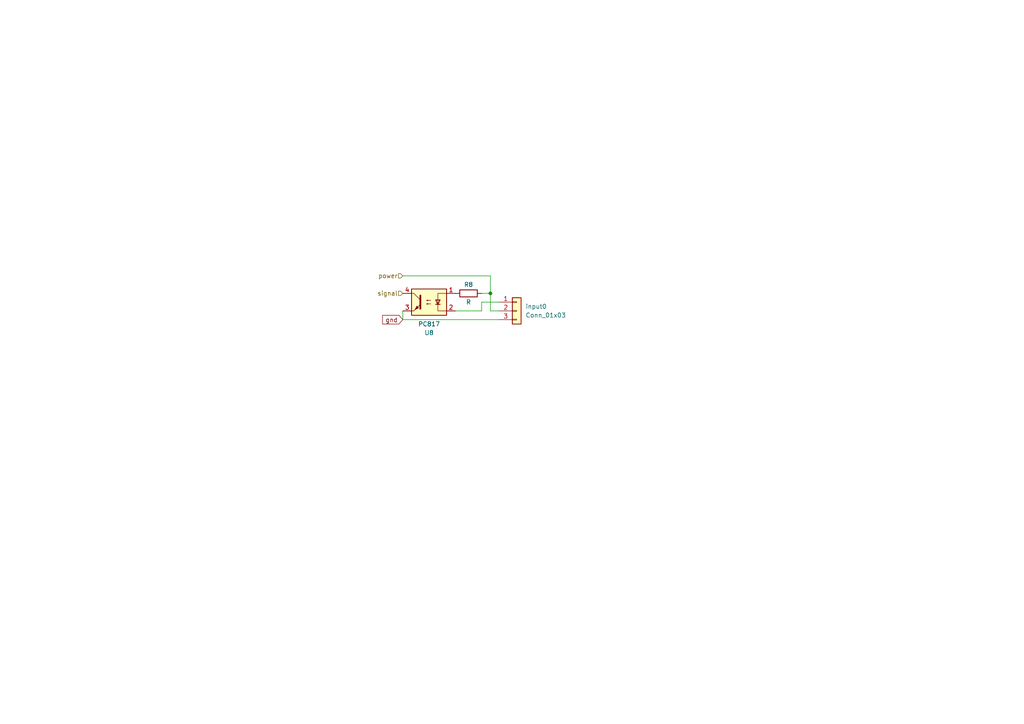
<source format=kicad_sch>
(kicad_sch (version 20230121) (generator eeschema)
  (paper "A4")
  (lib_symbols
    (symbol "Connector_Generic:Conn_01x03" (pin_names (offset 1.016) hide)
      (property "Reference" "J" (at 0 5.08 0))
      (property "Value" "Conn_01x03" (at 0 -5.08 0))
      (symbol "Conn_01x03_1_1"
        (rectangle (start -1.27 -2.413) (end 0 -2.667) (stroke (width 0.1524)))
        (rectangle (start -1.27 0.127) (end 0 -0.127) (stroke (width 0.1524)))
        (rectangle (start -1.27 2.667) (end 0 2.413) (stroke (width 0.1524)))
        (rectangle (start -1.27 3.81) (end 1.27 -3.81) (stroke (width 0.254)) (fill (type background)))
        (pin passive line (at -5.08 2.54 0) (length 3.81) (name "Pin_1") (number "1"))
        (pin passive line (at -5.08 0 0) (length 3.81) (name "Pin_2") (number "2"))
        (pin passive line (at -5.08 -2.54 0) (length 3.81) (name "Pin_3") (number "3"))
      )
    )
    (symbol "Device:R" (pin_numbers hide) (pin_names (offset 0))
      (property "Reference" "R" (at 2.032 0 90))
      (property "Value" "R" (at 0 0 90))
      (symbol "R_0_1"
        (rectangle (start -1.016 -2.54) (end 1.016 2.54) (stroke (width 0.254)))
      )
      (symbol "R_1_1"
        (pin passive line (at 0 3.81 270) (length 1.27) (name "~") (number "1"))
        (pin passive line (at 0 -3.81 90) (length 1.27) (name "~") (number "2"))
      )
    )
    (symbol "Isolator:PC817" (pin_names (offset 1.016))
      (property "Reference" "U" (at -5.08 5.08 0))
      (property "Value" "PC817" (at 0 5.08 0))
      (symbol "PC817_0_1"
        (rectangle (start -5.08 3.81) (end 5.08 -3.81) (stroke (width 0.254)) (fill (type background)))
        (polyline (pts (xy -3.175 -0.635) (xy -1.905 -0.635)) (stroke (width 0.254)))
        (polyline (pts (xy 2.54 0.635) (xy 4.445 2.54)))
        (polyline (pts (xy 4.445 -2.54) (xy 2.54 -0.635)) (fill (type outline)))
        (polyline (pts (xy 4.445 -2.54) (xy 5.08 -2.54)))
        (polyline (pts (xy 4.445 2.54) (xy 5.08 2.54)))
        (polyline (pts (xy -5.08 2.54) (xy -2.54 2.54) (xy -2.54 -0.635)))
        (polyline (pts (xy -2.54 -0.635) (xy -2.54 -2.54) (xy -5.08 -2.54)))
        (polyline (pts (xy 2.54 1.905) (xy 2.54 -1.905) (xy 2.54 -1.905)) (stroke (width 0.508)))
        (polyline (pts (xy -2.54 -0.635) (xy -3.175 0.635) (xy -1.905 0.635) (xy -2.54 -0.635)) (stroke (width 0.254)))
        (polyline (pts (xy -0.508 -0.508) (xy 0.762 -0.508) (xy 0.381 -0.635) (xy 0.381 -0.381) (xy 0.762 -0.508)))
        (polyline (pts (xy -0.508 0.508) (xy 0.762 0.508) (xy 0.381 0.381) (xy 0.381 0.635) (xy 0.762 0.508)))
        (polyline (pts (xy 3.048 -1.651) (xy 3.556 -1.143) (xy 4.064 -2.159) (xy 3.048 -1.651) (xy 3.048 -1.651)) (fill (type outline)))
      )
      (symbol "PC817_1_1"
        (pin passive line (at -7.62 2.54 0) (length 2.54) (name "~") (number "1"))
        (pin passive line (at -7.62 -2.54 0) (length 2.54) (name "~") (number "2"))
        (pin passive line (at 7.62 -2.54 180) (length 2.54) (name "~") (number "3"))
        (pin passive line (at 7.62 2.54 180) (length 2.54) (name "~") (number "4"))
      )
    )
  )
  (junction (at 142.24 85.09))
  (wire (pts (xy 142.24 85.09) (xy 142.24 90.17)))
  (wire (pts (xy 116.84 90.17) (xy 116.84 92.71)))
  (wire (pts (xy 139.7 85.09) (xy 142.24 85.09)))
  (wire (pts (xy 116.84 80.01) (xy 142.24 80.01)))
  (wire (pts (xy 116.84 92.71) (xy 144.78 92.71)))
  (wire (pts (xy 139.7 90.17) (xy 139.7 87.63)))
  (wire (pts (xy 132.08 90.17) (xy 139.7 90.17)))
  (wire (pts (xy 144.78 90.17) (xy 142.24 90.17)))
  (wire (pts (xy 139.7 87.63) (xy 144.78 87.63)))
  (wire (pts (xy 142.24 85.09) (xy 142.24 80.01)))
  (global_label "gnd" (shape input) (at 116.84 92.71 180) (property "Intersheetrefs" "${INTERSHEET_REFS}" (effects hide)))
  (hierarchical_label "signal" (shape input) (at 116.84 85.09 180))
  (hierarchical_label "power" (shape input) (at 116.84 80.01 180))
  (symbol (lib_id "Isolator:PC817") (at 124.46 87.63 0) (mirror y) (unit 1)
    (property "Reference" "U8" (at 124.46 96.52 0))
    (property "Value" "PC817" (at 124.46 93.98 0))
    (property "Footprint" "Package_DIP:DIP-4_W7.62mm" (effects hide))
    (property "Datasheet" "http://www.soselectronic.cz/a_info/resource/d/pc817.pdf" (effects hide))
    (instances (project "riowerks" (path "" (reference "U8") (unit 1)) (path "" (reference "U1") (unit 1)) (path "" (reference "U2") (unit 1)) (path "" (reference "U3") (unit 1)) (path "" (reference "U4") (unit 1)) (path "" (reference "U5") (unit 1)) (path "" (reference "U6") (unit 1)) (path "" (reference "U7") (unit 1))) (project "rio-iceshield" (path "" (reference "U14") (unit 1)) (path "" (reference "U13") (unit 1)) (path "" (reference "U12") (unit 1)) (path "" (reference "U11") (unit 1)) (path "" (reference "U10") (unit 1)) (path "" (reference "U9") (unit 1)) (path "" (reference "U8") (unit 1)) (path "" (reference "U7") (unit 1))))
  )
  (symbol (lib_id "Connector_Generic:Conn_01x03") (at 149.86 90.17 0) (unit 1)
    (property "Reference" "input0" (at 152.4 88.9 0) (effects (justify left)))
    (property "Value" "Conn_01x03" (at 152.4 91.44 0) (effects (justify left)))
    (property "Footprint" "Connector_JST:JST_XH_B3B-XH-A_1x03_P2.50mm_Vertical" (effects hide))
    (instances (project "riowerks" (path "" (reference "input0") (unit 1)) (path "" (reference "input1") (unit 1)) (path "" (reference "input2") (unit 1)) (path "" (reference "input3") (unit 1)) (path "" (reference "input4") (unit 1)) (path "" (reference "input5") (unit 1)) (path "" (reference "input6") (unit 1)) (path "" (reference "input7") (unit 1))) (project "rio-iceshield" (path "" (reference "input1") (unit 1)) (path "" (reference "input2") (unit 1)) (path "" (reference "input3") (unit 1)) (path "" (reference "input4") (unit 1)) (path "" (reference "input5") (unit 1)) (path "" (reference "input6") (unit 1)) (path "" (reference "input7") (unit 1)) (path "" (reference "input8") (unit 1))))
  )
  (symbol (lib_id "Device:R") (at 135.89 85.09 90) (unit 1)
    (property "Reference" "R8" (at 135.89 82.55 90))
    (property "Value" "R" (at 135.89 87.63 90))
    (property "Footprint" "Resistor_SMD:R_1206_3216Metric" (effects hide))
    (instances (project "riowerks" (path "" (reference "R8") (unit 1)) (path "" (reference "R1") (unit 1)) (path "" (reference "R2") (unit 1)) (path "" (reference "R3") (unit 1)) (path "" (reference "R4") (unit 1)) (path "" (reference "R5") (unit 1)) (path "" (reference "R6") (unit 1)) (path "" (reference "R7") (unit 1))) (project "rio-iceshield" (path "" (reference "R9") (unit 1)) (path "" (reference "R8") (unit 1)) (path "" (reference "R7") (unit 1)) (path "" (reference "R6") (unit 1)) (path "" (reference "R5") (unit 1)) (path "" (reference "R4") (unit 1)) (path "" (reference "R3") (unit 1)) (path "" (reference "R2") (unit 1))))
  )
)
</source>
